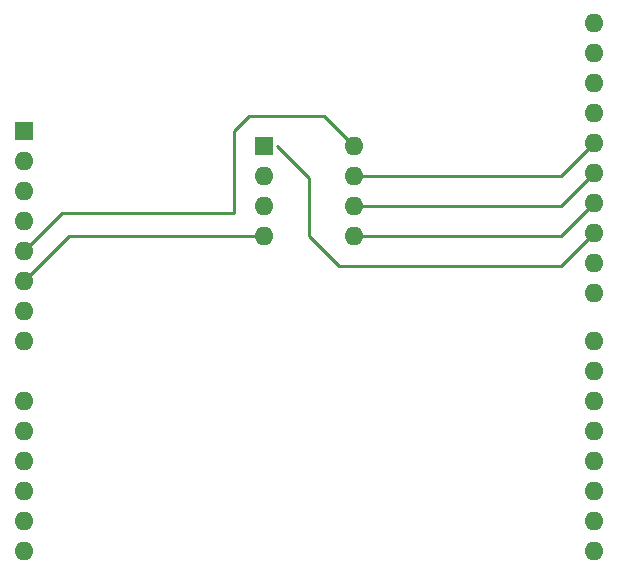
<source format=gbr>
G04 #@! TF.GenerationSoftware,KiCad,Pcbnew,(5.1.5)-3*
G04 #@! TF.CreationDate,2020-02-22T18:11:06-08:00*
G04 #@! TF.ProjectId,ATTiny85,41545469-6e79-4383-952e-6b696361645f,rev?*
G04 #@! TF.SameCoordinates,Original*
G04 #@! TF.FileFunction,Copper,L2,Bot*
G04 #@! TF.FilePolarity,Positive*
%FSLAX46Y46*%
G04 Gerber Fmt 4.6, Leading zero omitted, Abs format (unit mm)*
G04 Created by KiCad (PCBNEW (5.1.5)-3) date 2020-02-22 18:11:06*
%MOMM*%
%LPD*%
G04 APERTURE LIST*
%ADD10O,1.600000X1.600000*%
%ADD11R,1.600000X1.600000*%
%ADD12C,0.250000*%
G04 APERTURE END LIST*
D10*
X198120000Y-140970000D03*
X198120000Y-143510000D03*
X198120000Y-103890000D03*
X149860000Y-143510000D03*
X198120000Y-106430000D03*
X149860000Y-140970000D03*
X198120000Y-108970000D03*
X149860000Y-138430000D03*
X198120000Y-111510000D03*
X149860000Y-135890000D03*
X198120000Y-114050000D03*
X149860000Y-133350000D03*
X198120000Y-116590000D03*
X149860000Y-130810000D03*
X198120000Y-119130000D03*
X149860000Y-125730000D03*
X198120000Y-121670000D03*
X149860000Y-123190000D03*
X198120000Y-125730000D03*
X149860000Y-120650000D03*
X198120000Y-128270000D03*
X149860000Y-118110000D03*
X198120000Y-130810000D03*
X149860000Y-115570000D03*
X198120000Y-133350000D03*
X149860000Y-113030000D03*
X198120000Y-135890000D03*
X149860000Y-110490000D03*
X198120000Y-138430000D03*
D11*
X149860000Y-107950000D03*
D10*
X198120000Y-101350000D03*
X198120000Y-98810000D03*
X177800000Y-109220000D03*
X170180000Y-116840000D03*
X177800000Y-111760000D03*
X170180000Y-114300000D03*
X177800000Y-114300000D03*
X170180000Y-111760000D03*
X177800000Y-116840000D03*
D11*
X170180000Y-109220000D03*
D12*
X195330000Y-111760000D02*
X198120000Y-108970000D01*
X177800000Y-111760000D02*
X195330000Y-111760000D01*
X195330000Y-114300000D02*
X198120000Y-111510000D01*
X177800000Y-114300000D02*
X195330000Y-114300000D01*
X195330000Y-116840000D02*
X198120000Y-114050000D01*
X177800000Y-116840000D02*
X195330000Y-116840000D01*
X173990000Y-116840000D02*
X176530000Y-119380000D01*
X195330000Y-119380000D02*
X198120000Y-116590000D01*
X176530000Y-119380000D02*
X195330000Y-119380000D01*
X173990000Y-111980000D02*
X171230000Y-109220000D01*
X173990000Y-116840000D02*
X173990000Y-111980000D01*
X177800000Y-109220000D02*
X175260000Y-106680000D01*
X175260000Y-106680000D02*
X168910000Y-106680000D01*
X168910000Y-106680000D02*
X167640000Y-107950000D01*
X167640000Y-107950000D02*
X167640000Y-114935000D01*
X153035000Y-114935000D02*
X149860000Y-118110000D01*
X167640000Y-114935000D02*
X153035000Y-114935000D01*
X153670000Y-116840000D02*
X149860000Y-120650000D01*
X170180000Y-116840000D02*
X153670000Y-116840000D01*
M02*

</source>
